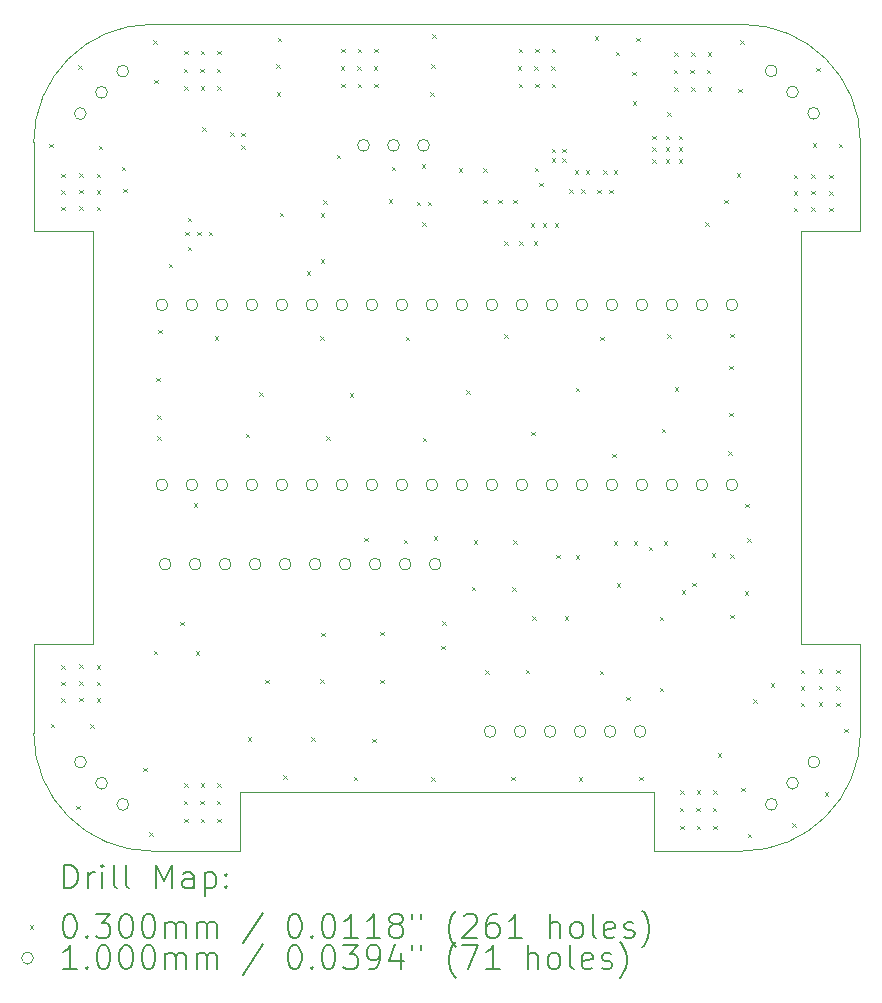
<source format=gbr>
%TF.GenerationSoftware,KiCad,Pcbnew,8.0.7*%
%TF.CreationDate,2025-04-19T00:44:56-07:00*%
%TF.ProjectId,Hardware,48617264-7761-4726-952e-6b696361645f,rev?*%
%TF.SameCoordinates,Original*%
%TF.FileFunction,Drillmap*%
%TF.FilePolarity,Positive*%
%FSLAX45Y45*%
G04 Gerber Fmt 4.5, Leading zero omitted, Abs format (unit mm)*
G04 Created by KiCad (PCBNEW 8.0.7) date 2025-04-19 00:44:56*
%MOMM*%
%LPD*%
G01*
G04 APERTURE LIST*
%ADD10C,0.050000*%
%ADD11C,0.200000*%
%ADD12C,0.100000*%
G04 APERTURE END LIST*
D10*
X16600000Y-10300000D02*
X14850000Y-10300000D01*
X13100000Y-9050000D02*
X13100000Y-9800000D01*
X20100000Y-9800000D02*
G75*
G02*
X19100000Y-10800000I-1000000J0D01*
G01*
X13600000Y-7300000D02*
X13600000Y-5550000D01*
X19100000Y-3800000D02*
G75*
G02*
X20100000Y-4800000I0J-1000000D01*
G01*
X14100000Y-10800000D02*
G75*
G02*
X13100000Y-9800000I0J1000000D01*
G01*
X13600000Y-7300000D02*
X13600000Y-9050000D01*
X19600000Y-9050000D02*
X20100000Y-9050000D01*
X20100000Y-5550000D02*
X20100000Y-4800000D01*
X20100000Y-9050000D02*
X20100000Y-9800000D01*
X18350000Y-10300000D02*
X18350000Y-10800000D01*
X13600000Y-5550000D02*
X13100000Y-5550000D01*
X13100000Y-4800000D02*
G75*
G02*
X14100000Y-3800000I1000000J0D01*
G01*
X19600000Y-7300000D02*
X19600000Y-9050000D01*
X13600000Y-9050000D02*
X13100000Y-9050000D01*
X19600000Y-7300000D02*
X19600000Y-5550000D01*
X19100000Y-10800000D02*
X18350000Y-10800000D01*
X14850000Y-10300000D02*
X14850000Y-10800000D01*
X19600000Y-5550000D02*
X20100000Y-5550000D01*
X19100000Y-3800000D02*
X14100000Y-3800000D01*
X16600000Y-10300000D02*
X18350000Y-10300000D01*
X14850000Y-10800000D02*
X14100000Y-10800000D01*
X13100000Y-4800000D02*
X13100000Y-5550000D01*
D11*
D12*
X13232000Y-4811000D02*
X13262000Y-4841000D01*
X13262000Y-4811000D02*
X13232000Y-4841000D01*
X13243000Y-9723000D02*
X13273000Y-9753000D01*
X13273000Y-9723000D02*
X13243000Y-9753000D01*
X13335000Y-5065000D02*
X13365000Y-5095000D01*
X13365000Y-5065000D02*
X13335000Y-5095000D01*
X13335000Y-5205000D02*
X13365000Y-5235000D01*
X13365000Y-5205000D02*
X13335000Y-5235000D01*
X13335000Y-5345000D02*
X13365000Y-5375000D01*
X13365000Y-5345000D02*
X13335000Y-5375000D01*
X13335000Y-9225000D02*
X13365000Y-9255000D01*
X13365000Y-9225000D02*
X13335000Y-9255000D01*
X13335000Y-9365000D02*
X13365000Y-9395000D01*
X13365000Y-9365000D02*
X13335000Y-9395000D01*
X13335000Y-9505000D02*
X13365000Y-9535000D01*
X13365000Y-9505000D02*
X13335000Y-9535000D01*
X13461000Y-10416000D02*
X13491000Y-10446000D01*
X13491000Y-10416000D02*
X13461000Y-10446000D01*
X13479000Y-4145000D02*
X13509000Y-4175000D01*
X13509000Y-4145000D02*
X13479000Y-4175000D01*
X13485000Y-5060000D02*
X13515000Y-5090000D01*
X13515000Y-5060000D02*
X13485000Y-5090000D01*
X13485000Y-5200000D02*
X13515000Y-5230000D01*
X13515000Y-5200000D02*
X13485000Y-5230000D01*
X13485000Y-5340000D02*
X13515000Y-5370000D01*
X13515000Y-5340000D02*
X13485000Y-5370000D01*
X13485000Y-9220000D02*
X13515000Y-9250000D01*
X13515000Y-9220000D02*
X13485000Y-9250000D01*
X13485000Y-9360000D02*
X13515000Y-9390000D01*
X13515000Y-9360000D02*
X13485000Y-9390000D01*
X13485000Y-9500000D02*
X13515000Y-9530000D01*
X13515000Y-9500000D02*
X13485000Y-9530000D01*
X13579000Y-9728000D02*
X13609000Y-9758000D01*
X13609000Y-9728000D02*
X13579000Y-9758000D01*
X13635000Y-5065000D02*
X13665000Y-5095000D01*
X13665000Y-5065000D02*
X13635000Y-5095000D01*
X13635000Y-5205000D02*
X13665000Y-5235000D01*
X13665000Y-5205000D02*
X13635000Y-5235000D01*
X13635000Y-5345000D02*
X13665000Y-5375000D01*
X13665000Y-5345000D02*
X13635000Y-5375000D01*
X13635000Y-9225000D02*
X13665000Y-9255000D01*
X13665000Y-9225000D02*
X13635000Y-9255000D01*
X13635000Y-9365000D02*
X13665000Y-9395000D01*
X13665000Y-9365000D02*
X13635000Y-9395000D01*
X13635000Y-9505000D02*
X13665000Y-9535000D01*
X13665000Y-9505000D02*
X13635000Y-9535000D01*
X13652000Y-4827000D02*
X13682000Y-4857000D01*
X13682000Y-4827000D02*
X13652000Y-4857000D01*
X13845000Y-5005000D02*
X13875000Y-5035000D01*
X13875000Y-5005000D02*
X13845000Y-5035000D01*
X13856000Y-5192000D02*
X13886000Y-5222000D01*
X13886000Y-5192000D02*
X13856000Y-5222000D01*
X14027000Y-10096000D02*
X14057000Y-10126000D01*
X14057000Y-10096000D02*
X14027000Y-10126000D01*
X14080000Y-10640000D02*
X14110000Y-10670000D01*
X14110000Y-10640000D02*
X14080000Y-10670000D01*
X14111000Y-3937000D02*
X14141000Y-3967000D01*
X14141000Y-3937000D02*
X14111000Y-3967000D01*
X14117000Y-9104000D02*
X14147000Y-9134000D01*
X14147000Y-9104000D02*
X14117000Y-9134000D01*
X14122000Y-4270000D02*
X14152000Y-4300000D01*
X14152000Y-4270000D02*
X14122000Y-4300000D01*
X14139000Y-6794000D02*
X14169000Y-6824000D01*
X14169000Y-6794000D02*
X14139000Y-6824000D01*
X14144000Y-7108000D02*
X14174000Y-7138000D01*
X14174000Y-7108000D02*
X14144000Y-7138000D01*
X14145000Y-7286000D02*
X14175000Y-7316000D01*
X14175000Y-7286000D02*
X14145000Y-7316000D01*
X14154000Y-6386000D02*
X14184000Y-6416000D01*
X14184000Y-6386000D02*
X14154000Y-6416000D01*
X14242500Y-5827500D02*
X14272500Y-5857500D01*
X14272500Y-5827500D02*
X14242500Y-5857500D01*
X14342000Y-8858000D02*
X14372000Y-8888000D01*
X14372000Y-8858000D02*
X14342000Y-8888000D01*
X14370000Y-4175000D02*
X14400000Y-4205000D01*
X14400000Y-4175000D02*
X14370000Y-4205000D01*
X14370000Y-10375000D02*
X14400000Y-10405000D01*
X14400000Y-10375000D02*
X14370000Y-10405000D01*
X14375000Y-4025000D02*
X14405000Y-4055000D01*
X14405000Y-4025000D02*
X14375000Y-4055000D01*
X14375000Y-4325000D02*
X14405000Y-4355000D01*
X14405000Y-4325000D02*
X14375000Y-4355000D01*
X14375000Y-10225000D02*
X14405000Y-10255000D01*
X14405000Y-10225000D02*
X14375000Y-10255000D01*
X14375000Y-10525000D02*
X14405000Y-10555000D01*
X14405000Y-10525000D02*
X14375000Y-10555000D01*
X14385000Y-5555000D02*
X14415000Y-5585000D01*
X14415000Y-5555000D02*
X14385000Y-5585000D01*
X14402500Y-5437500D02*
X14432500Y-5467500D01*
X14432500Y-5437500D02*
X14402500Y-5467500D01*
X14402500Y-5685000D02*
X14432500Y-5715000D01*
X14432500Y-5685000D02*
X14402500Y-5715000D01*
X14455000Y-7855000D02*
X14485000Y-7885000D01*
X14485000Y-7855000D02*
X14455000Y-7885000D01*
X14470000Y-9109000D02*
X14500000Y-9139000D01*
X14500000Y-9109000D02*
X14470000Y-9139000D01*
X14485000Y-5555000D02*
X14515000Y-5585000D01*
X14515000Y-5555000D02*
X14485000Y-5585000D01*
X14510000Y-4175000D02*
X14540000Y-4205000D01*
X14540000Y-4175000D02*
X14510000Y-4205000D01*
X14510000Y-10375000D02*
X14540000Y-10405000D01*
X14540000Y-10375000D02*
X14510000Y-10405000D01*
X14515000Y-4025000D02*
X14545000Y-4055000D01*
X14545000Y-4025000D02*
X14515000Y-4055000D01*
X14515000Y-4325000D02*
X14545000Y-4355000D01*
X14545000Y-4325000D02*
X14515000Y-4355000D01*
X14515000Y-10225000D02*
X14545000Y-10255000D01*
X14545000Y-10225000D02*
X14515000Y-10255000D01*
X14515000Y-10525000D02*
X14545000Y-10555000D01*
X14545000Y-10525000D02*
X14515000Y-10555000D01*
X14525000Y-4672500D02*
X14555000Y-4702500D01*
X14555000Y-4672500D02*
X14525000Y-4702500D01*
X14580000Y-5555000D02*
X14610000Y-5585000D01*
X14610000Y-5555000D02*
X14580000Y-5585000D01*
X14631000Y-6439000D02*
X14661000Y-6469000D01*
X14661000Y-6439000D02*
X14631000Y-6469000D01*
X14650000Y-4175000D02*
X14680000Y-4205000D01*
X14680000Y-4175000D02*
X14650000Y-4205000D01*
X14650000Y-10375000D02*
X14680000Y-10405000D01*
X14680000Y-10375000D02*
X14650000Y-10405000D01*
X14655000Y-4025000D02*
X14685000Y-4055000D01*
X14685000Y-4025000D02*
X14655000Y-4055000D01*
X14655000Y-4325000D02*
X14685000Y-4355000D01*
X14685000Y-4325000D02*
X14655000Y-4355000D01*
X14655000Y-10225000D02*
X14685000Y-10255000D01*
X14685000Y-10225000D02*
X14655000Y-10255000D01*
X14655000Y-10525000D02*
X14685000Y-10555000D01*
X14685000Y-10525000D02*
X14655000Y-10555000D01*
X14765000Y-4715000D02*
X14795000Y-4745000D01*
X14795000Y-4715000D02*
X14765000Y-4745000D01*
X14855000Y-4720000D02*
X14885000Y-4750000D01*
X14885000Y-4720000D02*
X14855000Y-4750000D01*
X14855000Y-4825000D02*
X14885000Y-4855000D01*
X14885000Y-4825000D02*
X14855000Y-4855000D01*
X14895000Y-7266000D02*
X14925000Y-7296000D01*
X14925000Y-7266000D02*
X14895000Y-7296000D01*
X14913000Y-9837000D02*
X14943000Y-9867000D01*
X14943000Y-9837000D02*
X14913000Y-9867000D01*
X15008000Y-6917000D02*
X15038000Y-6947000D01*
X15038000Y-6917000D02*
X15008000Y-6947000D01*
X15061000Y-9349000D02*
X15091000Y-9379000D01*
X15091000Y-9349000D02*
X15061000Y-9379000D01*
X15152000Y-4138000D02*
X15182000Y-4168000D01*
X15182000Y-4138000D02*
X15152000Y-4168000D01*
X15159000Y-4373000D02*
X15189000Y-4403000D01*
X15189000Y-4373000D02*
X15159000Y-4403000D01*
X15166000Y-3912000D02*
X15196000Y-3942000D01*
X15196000Y-3912000D02*
X15166000Y-3942000D01*
X15184000Y-5396000D02*
X15214000Y-5426000D01*
X15214000Y-5396000D02*
X15184000Y-5426000D01*
X15211000Y-10160000D02*
X15241000Y-10190000D01*
X15241000Y-10160000D02*
X15211000Y-10190000D01*
X15410000Y-5890000D02*
X15440000Y-5920000D01*
X15440000Y-5890000D02*
X15410000Y-5920000D01*
X15451000Y-9837000D02*
X15481000Y-9867000D01*
X15481000Y-9837000D02*
X15451000Y-9867000D01*
X15524000Y-6439000D02*
X15554000Y-6469000D01*
X15554000Y-6439000D02*
X15524000Y-6469000D01*
X15525000Y-9345000D02*
X15555000Y-9375000D01*
X15555000Y-9345000D02*
X15525000Y-9375000D01*
X15530000Y-5397500D02*
X15560000Y-5427500D01*
X15560000Y-5397500D02*
X15530000Y-5427500D01*
X15530000Y-5787500D02*
X15560000Y-5817500D01*
X15560000Y-5787500D02*
X15530000Y-5817500D01*
X15533000Y-8951000D02*
X15563000Y-8981000D01*
X15563000Y-8951000D02*
X15533000Y-8981000D01*
X15550000Y-5290000D02*
X15580000Y-5320000D01*
X15580000Y-5290000D02*
X15550000Y-5320000D01*
X15575000Y-7288000D02*
X15605000Y-7318000D01*
X15605000Y-7288000D02*
X15575000Y-7318000D01*
X15665000Y-4905000D02*
X15695000Y-4935000D01*
X15695000Y-4905000D02*
X15665000Y-4935000D01*
X15700000Y-4155000D02*
X15730000Y-4185000D01*
X15730000Y-4155000D02*
X15700000Y-4185000D01*
X15705000Y-4005000D02*
X15735000Y-4035000D01*
X15735000Y-4005000D02*
X15705000Y-4035000D01*
X15705000Y-4305000D02*
X15735000Y-4335000D01*
X15735000Y-4305000D02*
X15705000Y-4335000D01*
X15776000Y-6923000D02*
X15806000Y-6953000D01*
X15806000Y-6923000D02*
X15776000Y-6953000D01*
X15809000Y-10171000D02*
X15839000Y-10201000D01*
X15839000Y-10171000D02*
X15809000Y-10201000D01*
X15840000Y-4155000D02*
X15870000Y-4185000D01*
X15870000Y-4155000D02*
X15840000Y-4185000D01*
X15845000Y-4005000D02*
X15875000Y-4035000D01*
X15875000Y-4005000D02*
X15845000Y-4035000D01*
X15845000Y-4305000D02*
X15875000Y-4335000D01*
X15875000Y-4305000D02*
X15845000Y-4335000D01*
X15900000Y-8147500D02*
X15930000Y-8177500D01*
X15930000Y-8147500D02*
X15900000Y-8177500D01*
X15965000Y-9850000D02*
X15995000Y-9880000D01*
X15995000Y-9850000D02*
X15965000Y-9880000D01*
X15980000Y-4155000D02*
X16010000Y-4185000D01*
X16010000Y-4155000D02*
X15980000Y-4185000D01*
X15985000Y-4005000D02*
X16015000Y-4035000D01*
X16015000Y-4005000D02*
X15985000Y-4035000D01*
X15985000Y-4305000D02*
X16015000Y-4335000D01*
X16015000Y-4305000D02*
X15985000Y-4335000D01*
X16032000Y-8942000D02*
X16062000Y-8972000D01*
X16062000Y-8942000D02*
X16032000Y-8972000D01*
X16036000Y-9349000D02*
X16066000Y-9379000D01*
X16066000Y-9349000D02*
X16036000Y-9379000D01*
X16104000Y-5281000D02*
X16134000Y-5311000D01*
X16134000Y-5281000D02*
X16104000Y-5311000D01*
X16131500Y-5005000D02*
X16161500Y-5035000D01*
X16161500Y-5005000D02*
X16131500Y-5035000D01*
X16233000Y-8165000D02*
X16263000Y-8195000D01*
X16263000Y-8165000D02*
X16233000Y-8195000D01*
X16248000Y-6445000D02*
X16278000Y-6475000D01*
X16278000Y-6445000D02*
X16248000Y-6475000D01*
X16342500Y-5303250D02*
X16372500Y-5333250D01*
X16372500Y-5303250D02*
X16342500Y-5333250D01*
X16385000Y-4985000D02*
X16415000Y-5015000D01*
X16415000Y-4985000D02*
X16385000Y-5015000D01*
X16389000Y-5476000D02*
X16419000Y-5506000D01*
X16419000Y-5476000D02*
X16389000Y-5506000D01*
X16393000Y-7301000D02*
X16423000Y-7331000D01*
X16423000Y-7301000D02*
X16393000Y-7331000D01*
X16435000Y-5303250D02*
X16465000Y-5333250D01*
X16465000Y-5303250D02*
X16435000Y-5333250D01*
X16457000Y-4376000D02*
X16487000Y-4406000D01*
X16487000Y-4376000D02*
X16457000Y-4406000D01*
X16465000Y-10176000D02*
X16495000Y-10206000D01*
X16495000Y-10176000D02*
X16465000Y-10206000D01*
X16466000Y-4138000D02*
X16496000Y-4168000D01*
X16496000Y-4138000D02*
X16466000Y-4168000D01*
X16473000Y-3882000D02*
X16503000Y-3912000D01*
X16503000Y-3882000D02*
X16473000Y-3912000D01*
X16485000Y-8135000D02*
X16515000Y-8165000D01*
X16515000Y-8135000D02*
X16485000Y-8165000D01*
X16551000Y-9062000D02*
X16581000Y-9092000D01*
X16581000Y-9062000D02*
X16551000Y-9092000D01*
X16558000Y-8856000D02*
X16588000Y-8886000D01*
X16588000Y-8856000D02*
X16558000Y-8886000D01*
X16700000Y-5020000D02*
X16730000Y-5050000D01*
X16730000Y-5020000D02*
X16700000Y-5050000D01*
X16764000Y-6898000D02*
X16794000Y-6928000D01*
X16794000Y-6898000D02*
X16764000Y-6928000D01*
X16810000Y-8561000D02*
X16840000Y-8591000D01*
X16840000Y-8561000D02*
X16810000Y-8591000D01*
X16827000Y-8166000D02*
X16857000Y-8196000D01*
X16857000Y-8166000D02*
X16827000Y-8196000D01*
X16905000Y-5020000D02*
X16935000Y-5050000D01*
X16935000Y-5020000D02*
X16905000Y-5050000D01*
X16905000Y-5285000D02*
X16935000Y-5315000D01*
X16935000Y-5285000D02*
X16905000Y-5315000D01*
X16923000Y-9271000D02*
X16953000Y-9301000D01*
X16953000Y-9271000D02*
X16923000Y-9301000D01*
X17035000Y-5285000D02*
X17065000Y-5315000D01*
X17065000Y-5285000D02*
X17035000Y-5315000D01*
X17085000Y-5635000D02*
X17115000Y-5665000D01*
X17115000Y-5635000D02*
X17085000Y-5665000D01*
X17085000Y-6426000D02*
X17115000Y-6456000D01*
X17115000Y-6426000D02*
X17085000Y-6456000D01*
X17142000Y-10171000D02*
X17172000Y-10201000D01*
X17172000Y-10171000D02*
X17142000Y-10201000D01*
X17153000Y-8566000D02*
X17183000Y-8596000D01*
X17183000Y-8566000D02*
X17153000Y-8596000D01*
X17160000Y-5285000D02*
X17190000Y-5315000D01*
X17190000Y-5285000D02*
X17160000Y-5315000D01*
X17162000Y-8166000D02*
X17192000Y-8196000D01*
X17192000Y-8166000D02*
X17162000Y-8196000D01*
X17200000Y-4155000D02*
X17230000Y-4185000D01*
X17230000Y-4155000D02*
X17200000Y-4185000D01*
X17205000Y-4005000D02*
X17235000Y-4035000D01*
X17235000Y-4005000D02*
X17205000Y-4035000D01*
X17205000Y-4305000D02*
X17235000Y-4335000D01*
X17235000Y-4305000D02*
X17205000Y-4335000D01*
X17210000Y-5635000D02*
X17240000Y-5665000D01*
X17240000Y-5635000D02*
X17210000Y-5665000D01*
X17264000Y-9266000D02*
X17294000Y-9296000D01*
X17294000Y-9266000D02*
X17264000Y-9296000D01*
X17310000Y-5485000D02*
X17340000Y-5515000D01*
X17340000Y-5485000D02*
X17310000Y-5515000D01*
X17311000Y-7250000D02*
X17341000Y-7280000D01*
X17341000Y-7250000D02*
X17311000Y-7280000D01*
X17323000Y-8811000D02*
X17353000Y-8841000D01*
X17353000Y-8811000D02*
X17323000Y-8841000D01*
X17335000Y-5635000D02*
X17365000Y-5665000D01*
X17365000Y-5635000D02*
X17335000Y-5665000D01*
X17340000Y-4155000D02*
X17370000Y-4185000D01*
X17370000Y-4155000D02*
X17340000Y-4185000D01*
X17342500Y-5015000D02*
X17372500Y-5045000D01*
X17372500Y-5015000D02*
X17342500Y-5045000D01*
X17345000Y-4005000D02*
X17375000Y-4035000D01*
X17375000Y-4005000D02*
X17345000Y-4035000D01*
X17345000Y-4305000D02*
X17375000Y-4335000D01*
X17375000Y-4305000D02*
X17345000Y-4335000D01*
X17380000Y-5140000D02*
X17410000Y-5170000D01*
X17410000Y-5140000D02*
X17380000Y-5170000D01*
X17410000Y-5485000D02*
X17440000Y-5515000D01*
X17440000Y-5485000D02*
X17410000Y-5515000D01*
X17480000Y-4155000D02*
X17510000Y-4185000D01*
X17510000Y-4155000D02*
X17480000Y-4185000D01*
X17485000Y-4005000D02*
X17515000Y-4035000D01*
X17515000Y-4005000D02*
X17485000Y-4035000D01*
X17485000Y-4305000D02*
X17515000Y-4335000D01*
X17515000Y-4305000D02*
X17485000Y-4335000D01*
X17485000Y-4855000D02*
X17515000Y-4885000D01*
X17515000Y-4855000D02*
X17485000Y-4885000D01*
X17485000Y-4935000D02*
X17515000Y-4965000D01*
X17515000Y-4935000D02*
X17485000Y-4965000D01*
X17510000Y-5485000D02*
X17540000Y-5515000D01*
X17540000Y-5485000D02*
X17510000Y-5515000D01*
X17522500Y-8290000D02*
X17552500Y-8320000D01*
X17552500Y-8290000D02*
X17522500Y-8320000D01*
X17575000Y-4855000D02*
X17605000Y-4885000D01*
X17605000Y-4855000D02*
X17575000Y-4885000D01*
X17575000Y-4935000D02*
X17605000Y-4965000D01*
X17605000Y-4935000D02*
X17575000Y-4965000D01*
X17595000Y-8811000D02*
X17625000Y-8841000D01*
X17625000Y-8811000D02*
X17595000Y-8841000D01*
X17635000Y-5195000D02*
X17665000Y-5225000D01*
X17665000Y-5195000D02*
X17635000Y-5225000D01*
X17680000Y-5035000D02*
X17710000Y-5065000D01*
X17710000Y-5035000D02*
X17680000Y-5065000D01*
X17687500Y-8295000D02*
X17717500Y-8325000D01*
X17717500Y-8295000D02*
X17687500Y-8325000D01*
X17689000Y-6879000D02*
X17719000Y-6909000D01*
X17719000Y-6879000D02*
X17689000Y-6909000D01*
X17713000Y-10176000D02*
X17743000Y-10206000D01*
X17743000Y-10176000D02*
X17713000Y-10206000D01*
X17735000Y-5195000D02*
X17765000Y-5225000D01*
X17765000Y-5195000D02*
X17735000Y-5225000D01*
X17775000Y-5035000D02*
X17805000Y-5065000D01*
X17805000Y-5035000D02*
X17775000Y-5065000D01*
X17851000Y-3901000D02*
X17881000Y-3931000D01*
X17881000Y-3901000D02*
X17851000Y-3931000D01*
X17870000Y-5200000D02*
X17900000Y-5230000D01*
X17900000Y-5200000D02*
X17870000Y-5230000D01*
X17894000Y-9272000D02*
X17924000Y-9302000D01*
X17924000Y-9272000D02*
X17894000Y-9302000D01*
X17897000Y-6445000D02*
X17927000Y-6475000D01*
X17927000Y-6445000D02*
X17897000Y-6475000D01*
X17920000Y-5035000D02*
X17950000Y-5065000D01*
X17950000Y-5035000D02*
X17920000Y-5065000D01*
X17975000Y-5200000D02*
X18005000Y-5230000D01*
X18005000Y-5200000D02*
X17975000Y-5230000D01*
X18000000Y-7437000D02*
X18030000Y-7467000D01*
X18030000Y-7437000D02*
X18000000Y-7467000D01*
X18010000Y-5035000D02*
X18040000Y-5065000D01*
X18040000Y-5035000D02*
X18010000Y-5065000D01*
X18011000Y-8176000D02*
X18041000Y-8206000D01*
X18041000Y-8176000D02*
X18011000Y-8206000D01*
X18027000Y-4031000D02*
X18057000Y-4061000D01*
X18057000Y-4031000D02*
X18027000Y-4061000D01*
X18037000Y-8531000D02*
X18067000Y-8561000D01*
X18067000Y-8531000D02*
X18037000Y-8561000D01*
X18115000Y-9495000D02*
X18145000Y-9525000D01*
X18145000Y-9495000D02*
X18115000Y-9525000D01*
X18167000Y-4202000D02*
X18197000Y-4232000D01*
X18197000Y-4202000D02*
X18167000Y-4232000D01*
X18172000Y-4450000D02*
X18202000Y-4480000D01*
X18202000Y-4450000D02*
X18172000Y-4480000D01*
X18180000Y-8177100D02*
X18210000Y-8207100D01*
X18210000Y-8177100D02*
X18180000Y-8207100D01*
X18201000Y-3913000D02*
X18231000Y-3943000D01*
X18231000Y-3913000D02*
X18201000Y-3943000D01*
X18228000Y-10171000D02*
X18258000Y-10201000D01*
X18258000Y-10171000D02*
X18228000Y-10201000D01*
X18308000Y-8223000D02*
X18338000Y-8253000D01*
X18338000Y-8223000D02*
X18308000Y-8253000D01*
X18337500Y-4745000D02*
X18367500Y-4775000D01*
X18367500Y-4745000D02*
X18337500Y-4775000D01*
X18337500Y-4842500D02*
X18367500Y-4872500D01*
X18367500Y-4842500D02*
X18337500Y-4872500D01*
X18337500Y-4942500D02*
X18367500Y-4972500D01*
X18367500Y-4942500D02*
X18337500Y-4972500D01*
X18402000Y-8816000D02*
X18432000Y-8846000D01*
X18432000Y-8816000D02*
X18402000Y-8846000D01*
X18402000Y-9416000D02*
X18432000Y-9446000D01*
X18432000Y-9416000D02*
X18402000Y-9446000D01*
X18419000Y-7225000D02*
X18449000Y-7255000D01*
X18449000Y-7225000D02*
X18419000Y-7255000D01*
X18435000Y-8177100D02*
X18465000Y-8207100D01*
X18465000Y-8177100D02*
X18435000Y-8207100D01*
X18451000Y-4745000D02*
X18481000Y-4775000D01*
X18481000Y-4745000D02*
X18451000Y-4775000D01*
X18451000Y-4842500D02*
X18481000Y-4872500D01*
X18481000Y-4842500D02*
X18451000Y-4872500D01*
X18451000Y-4942500D02*
X18481000Y-4972500D01*
X18481000Y-4942500D02*
X18451000Y-4972500D01*
X18463000Y-6426000D02*
X18493000Y-6456000D01*
X18493000Y-6426000D02*
X18463000Y-6456000D01*
X18465000Y-4545000D02*
X18495000Y-4575000D01*
X18495000Y-4545000D02*
X18465000Y-4575000D01*
X18520000Y-4185000D02*
X18550000Y-4215000D01*
X18550000Y-4185000D02*
X18520000Y-4215000D01*
X18525000Y-4035000D02*
X18555000Y-4065000D01*
X18555000Y-4035000D02*
X18525000Y-4065000D01*
X18525000Y-4335000D02*
X18555000Y-4365000D01*
X18555000Y-4335000D02*
X18525000Y-4365000D01*
X18526000Y-6873000D02*
X18556000Y-6903000D01*
X18556000Y-6873000D02*
X18526000Y-6903000D01*
X18562500Y-4745000D02*
X18592500Y-4775000D01*
X18592500Y-4745000D02*
X18562500Y-4775000D01*
X18562500Y-4842500D02*
X18592500Y-4872500D01*
X18592500Y-4842500D02*
X18562500Y-4872500D01*
X18562500Y-4942500D02*
X18592500Y-4972500D01*
X18592500Y-4942500D02*
X18562500Y-4972500D01*
X18570000Y-10435000D02*
X18600000Y-10465000D01*
X18600000Y-10435000D02*
X18570000Y-10465000D01*
X18575000Y-10285000D02*
X18605000Y-10315000D01*
X18605000Y-10285000D02*
X18575000Y-10315000D01*
X18575000Y-10585000D02*
X18605000Y-10615000D01*
X18605000Y-10585000D02*
X18575000Y-10615000D01*
X18585000Y-8590000D02*
X18615000Y-8620000D01*
X18615000Y-8590000D02*
X18585000Y-8620000D01*
X18660000Y-4185000D02*
X18690000Y-4215000D01*
X18690000Y-4185000D02*
X18660000Y-4215000D01*
X18665000Y-4035000D02*
X18695000Y-4065000D01*
X18695000Y-4035000D02*
X18665000Y-4065000D01*
X18665000Y-4335000D02*
X18695000Y-4365000D01*
X18695000Y-4335000D02*
X18665000Y-4365000D01*
X18674100Y-8530000D02*
X18704100Y-8560000D01*
X18704100Y-8530000D02*
X18674100Y-8560000D01*
X18710000Y-10435000D02*
X18740000Y-10465000D01*
X18740000Y-10435000D02*
X18710000Y-10465000D01*
X18715000Y-10285000D02*
X18745000Y-10315000D01*
X18745000Y-10285000D02*
X18715000Y-10315000D01*
X18715000Y-10585000D02*
X18745000Y-10615000D01*
X18745000Y-10585000D02*
X18715000Y-10615000D01*
X18784000Y-5477000D02*
X18814000Y-5507000D01*
X18814000Y-5477000D02*
X18784000Y-5507000D01*
X18800000Y-4185000D02*
X18830000Y-4215000D01*
X18830000Y-4185000D02*
X18800000Y-4215000D01*
X18805000Y-4035000D02*
X18835000Y-4065000D01*
X18835000Y-4035000D02*
X18805000Y-4065000D01*
X18805000Y-4335000D02*
X18835000Y-4365000D01*
X18835000Y-4335000D02*
X18805000Y-4365000D01*
X18840000Y-8280000D02*
X18870000Y-8310000D01*
X18870000Y-8280000D02*
X18840000Y-8310000D01*
X18850000Y-10435000D02*
X18880000Y-10465000D01*
X18880000Y-10435000D02*
X18850000Y-10465000D01*
X18855000Y-10285000D02*
X18885000Y-10315000D01*
X18885000Y-10285000D02*
X18855000Y-10315000D01*
X18855000Y-10585000D02*
X18885000Y-10615000D01*
X18885000Y-10585000D02*
X18855000Y-10615000D01*
X18892000Y-9973000D02*
X18922000Y-10003000D01*
X18922000Y-9973000D02*
X18892000Y-10003000D01*
X18948000Y-5287000D02*
X18978000Y-5317000D01*
X18978000Y-5287000D02*
X18948000Y-5317000D01*
X18981000Y-7415000D02*
X19011000Y-7445000D01*
X19011000Y-7415000D02*
X18981000Y-7445000D01*
X18990000Y-6689000D02*
X19020000Y-6719000D01*
X19020000Y-6689000D02*
X18990000Y-6719000D01*
X18990000Y-7089000D02*
X19020000Y-7119000D01*
X19020000Y-7089000D02*
X18990000Y-7119000D01*
X18995000Y-6418000D02*
X19025000Y-6448000D01*
X19025000Y-6418000D02*
X18995000Y-6448000D01*
X18997500Y-8285000D02*
X19027500Y-8315000D01*
X19027500Y-8285000D02*
X18997500Y-8315000D01*
X18998000Y-8800000D02*
X19028000Y-8830000D01*
X19028000Y-8800000D02*
X18998000Y-8830000D01*
X19051000Y-5062000D02*
X19081000Y-5092000D01*
X19081000Y-5062000D02*
X19051000Y-5092000D01*
X19065000Y-4345000D02*
X19095000Y-4375000D01*
X19095000Y-4345000D02*
X19065000Y-4375000D01*
X19081000Y-3934000D02*
X19111000Y-3964000D01*
X19111000Y-3934000D02*
X19081000Y-3964000D01*
X19092000Y-10262000D02*
X19122000Y-10292000D01*
X19122000Y-10262000D02*
X19092000Y-10292000D01*
X19121000Y-8598000D02*
X19151000Y-8628000D01*
X19151000Y-8598000D02*
X19121000Y-8628000D01*
X19125000Y-7860000D02*
X19155000Y-7890000D01*
X19155000Y-7860000D02*
X19125000Y-7890000D01*
X19140000Y-8151000D02*
X19170000Y-8181000D01*
X19170000Y-8151000D02*
X19140000Y-8181000D01*
X19144000Y-10653000D02*
X19174000Y-10683000D01*
X19174000Y-10653000D02*
X19144000Y-10683000D01*
X19193000Y-9514000D02*
X19223000Y-9544000D01*
X19223000Y-9514000D02*
X19193000Y-9544000D01*
X19340000Y-9379000D02*
X19370000Y-9409000D01*
X19370000Y-9379000D02*
X19340000Y-9409000D01*
X19520000Y-10563000D02*
X19550000Y-10593000D01*
X19550000Y-10563000D02*
X19520000Y-10593000D01*
X19535000Y-5075000D02*
X19565000Y-5105000D01*
X19565000Y-5075000D02*
X19535000Y-5105000D01*
X19535000Y-5215000D02*
X19565000Y-5245000D01*
X19565000Y-5215000D02*
X19535000Y-5245000D01*
X19535000Y-5355000D02*
X19565000Y-5385000D01*
X19565000Y-5355000D02*
X19535000Y-5385000D01*
X19595000Y-9265000D02*
X19625000Y-9295000D01*
X19625000Y-9265000D02*
X19595000Y-9295000D01*
X19595000Y-9405000D02*
X19625000Y-9435000D01*
X19625000Y-9405000D02*
X19595000Y-9435000D01*
X19595000Y-9545000D02*
X19625000Y-9575000D01*
X19625000Y-9545000D02*
X19595000Y-9575000D01*
X19685000Y-5070000D02*
X19715000Y-5100000D01*
X19715000Y-5070000D02*
X19685000Y-5100000D01*
X19685000Y-5210000D02*
X19715000Y-5240000D01*
X19715000Y-5210000D02*
X19685000Y-5240000D01*
X19685000Y-5350000D02*
X19715000Y-5380000D01*
X19715000Y-5350000D02*
X19685000Y-5380000D01*
X19697000Y-4805000D02*
X19727000Y-4835000D01*
X19727000Y-4805000D02*
X19697000Y-4835000D01*
X19726000Y-4166000D02*
X19756000Y-4196000D01*
X19756000Y-4166000D02*
X19726000Y-4196000D01*
X19745000Y-9260000D02*
X19775000Y-9290000D01*
X19775000Y-9260000D02*
X19745000Y-9290000D01*
X19745000Y-9400000D02*
X19775000Y-9430000D01*
X19775000Y-9400000D02*
X19745000Y-9430000D01*
X19745000Y-9540000D02*
X19775000Y-9570000D01*
X19775000Y-9540000D02*
X19745000Y-9570000D01*
X19799000Y-10304000D02*
X19829000Y-10334000D01*
X19829000Y-10304000D02*
X19799000Y-10334000D01*
X19835000Y-5075000D02*
X19865000Y-5105000D01*
X19865000Y-5075000D02*
X19835000Y-5105000D01*
X19835000Y-5215000D02*
X19865000Y-5245000D01*
X19865000Y-5215000D02*
X19835000Y-5245000D01*
X19835000Y-5355000D02*
X19865000Y-5385000D01*
X19865000Y-5355000D02*
X19835000Y-5385000D01*
X19895000Y-9265000D02*
X19925000Y-9295000D01*
X19925000Y-9265000D02*
X19895000Y-9295000D01*
X19895000Y-9405000D02*
X19925000Y-9435000D01*
X19925000Y-9405000D02*
X19895000Y-9435000D01*
X19895000Y-9545000D02*
X19925000Y-9575000D01*
X19925000Y-9545000D02*
X19895000Y-9575000D01*
X19917000Y-4810000D02*
X19947000Y-4840000D01*
X19947000Y-4810000D02*
X19917000Y-4840000D01*
X19964000Y-9766000D02*
X19994000Y-9796000D01*
X19994000Y-9766000D02*
X19964000Y-9796000D01*
X13544334Y-4555666D02*
G75*
G02*
X13444334Y-4555666I-50000J0D01*
G01*
X13444334Y-4555666D02*
G75*
G02*
X13544334Y-4555666I50000J0D01*
G01*
X13545395Y-10045395D02*
G75*
G02*
X13445395Y-10045395I-50000J0D01*
G01*
X13445395Y-10045395D02*
G75*
G02*
X13545395Y-10045395I50000J0D01*
G01*
X13723939Y-4376061D02*
G75*
G02*
X13623939Y-4376061I-50000J0D01*
G01*
X13623939Y-4376061D02*
G75*
G02*
X13723939Y-4376061I50000J0D01*
G01*
X13725000Y-10225000D02*
G75*
G02*
X13625000Y-10225000I-50000J0D01*
G01*
X13625000Y-10225000D02*
G75*
G02*
X13725000Y-10225000I50000J0D01*
G01*
X13903544Y-4196456D02*
G75*
G02*
X13803544Y-4196456I-50000J0D01*
G01*
X13803544Y-4196456D02*
G75*
G02*
X13903544Y-4196456I50000J0D01*
G01*
X13904605Y-10404605D02*
G75*
G02*
X13804605Y-10404605I-50000J0D01*
G01*
X13804605Y-10404605D02*
G75*
G02*
X13904605Y-10404605I50000J0D01*
G01*
X14235000Y-6175000D02*
G75*
G02*
X14135000Y-6175000I-50000J0D01*
G01*
X14135000Y-6175000D02*
G75*
G02*
X14235000Y-6175000I50000J0D01*
G01*
X14235000Y-7699000D02*
G75*
G02*
X14135000Y-7699000I-50000J0D01*
G01*
X14135000Y-7699000D02*
G75*
G02*
X14235000Y-7699000I50000J0D01*
G01*
X14263000Y-8370250D02*
G75*
G02*
X14163000Y-8370250I-50000J0D01*
G01*
X14163000Y-8370250D02*
G75*
G02*
X14263000Y-8370250I50000J0D01*
G01*
X14489000Y-6175000D02*
G75*
G02*
X14389000Y-6175000I-50000J0D01*
G01*
X14389000Y-6175000D02*
G75*
G02*
X14489000Y-6175000I50000J0D01*
G01*
X14489000Y-7699000D02*
G75*
G02*
X14389000Y-7699000I-50000J0D01*
G01*
X14389000Y-7699000D02*
G75*
G02*
X14489000Y-7699000I50000J0D01*
G01*
X14517000Y-8370250D02*
G75*
G02*
X14417000Y-8370250I-50000J0D01*
G01*
X14417000Y-8370250D02*
G75*
G02*
X14517000Y-8370250I50000J0D01*
G01*
X14743000Y-6175000D02*
G75*
G02*
X14643000Y-6175000I-50000J0D01*
G01*
X14643000Y-6175000D02*
G75*
G02*
X14743000Y-6175000I50000J0D01*
G01*
X14743000Y-7699000D02*
G75*
G02*
X14643000Y-7699000I-50000J0D01*
G01*
X14643000Y-7699000D02*
G75*
G02*
X14743000Y-7699000I50000J0D01*
G01*
X14771000Y-8370250D02*
G75*
G02*
X14671000Y-8370250I-50000J0D01*
G01*
X14671000Y-8370250D02*
G75*
G02*
X14771000Y-8370250I50000J0D01*
G01*
X14997000Y-6175000D02*
G75*
G02*
X14897000Y-6175000I-50000J0D01*
G01*
X14897000Y-6175000D02*
G75*
G02*
X14997000Y-6175000I50000J0D01*
G01*
X14997000Y-7699000D02*
G75*
G02*
X14897000Y-7699000I-50000J0D01*
G01*
X14897000Y-7699000D02*
G75*
G02*
X14997000Y-7699000I50000J0D01*
G01*
X15025000Y-8370250D02*
G75*
G02*
X14925000Y-8370250I-50000J0D01*
G01*
X14925000Y-8370250D02*
G75*
G02*
X15025000Y-8370250I50000J0D01*
G01*
X15251000Y-6175000D02*
G75*
G02*
X15151000Y-6175000I-50000J0D01*
G01*
X15151000Y-6175000D02*
G75*
G02*
X15251000Y-6175000I50000J0D01*
G01*
X15251000Y-7699000D02*
G75*
G02*
X15151000Y-7699000I-50000J0D01*
G01*
X15151000Y-7699000D02*
G75*
G02*
X15251000Y-7699000I50000J0D01*
G01*
X15279000Y-8370250D02*
G75*
G02*
X15179000Y-8370250I-50000J0D01*
G01*
X15179000Y-8370250D02*
G75*
G02*
X15279000Y-8370250I50000J0D01*
G01*
X15505000Y-6175000D02*
G75*
G02*
X15405000Y-6175000I-50000J0D01*
G01*
X15405000Y-6175000D02*
G75*
G02*
X15505000Y-6175000I50000J0D01*
G01*
X15505000Y-7699000D02*
G75*
G02*
X15405000Y-7699000I-50000J0D01*
G01*
X15405000Y-7699000D02*
G75*
G02*
X15505000Y-7699000I50000J0D01*
G01*
X15533000Y-8370250D02*
G75*
G02*
X15433000Y-8370250I-50000J0D01*
G01*
X15433000Y-8370250D02*
G75*
G02*
X15533000Y-8370250I50000J0D01*
G01*
X15759000Y-6175000D02*
G75*
G02*
X15659000Y-6175000I-50000J0D01*
G01*
X15659000Y-6175000D02*
G75*
G02*
X15759000Y-6175000I50000J0D01*
G01*
X15759000Y-7699000D02*
G75*
G02*
X15659000Y-7699000I-50000J0D01*
G01*
X15659000Y-7699000D02*
G75*
G02*
X15759000Y-7699000I50000J0D01*
G01*
X15787000Y-8370250D02*
G75*
G02*
X15687000Y-8370250I-50000J0D01*
G01*
X15687000Y-8370250D02*
G75*
G02*
X15787000Y-8370250I50000J0D01*
G01*
X15942500Y-4825000D02*
G75*
G02*
X15842500Y-4825000I-50000J0D01*
G01*
X15842500Y-4825000D02*
G75*
G02*
X15942500Y-4825000I50000J0D01*
G01*
X16013000Y-6175000D02*
G75*
G02*
X15913000Y-6175000I-50000J0D01*
G01*
X15913000Y-6175000D02*
G75*
G02*
X16013000Y-6175000I50000J0D01*
G01*
X16013000Y-7699000D02*
G75*
G02*
X15913000Y-7699000I-50000J0D01*
G01*
X15913000Y-7699000D02*
G75*
G02*
X16013000Y-7699000I50000J0D01*
G01*
X16041000Y-8370250D02*
G75*
G02*
X15941000Y-8370250I-50000J0D01*
G01*
X15941000Y-8370250D02*
G75*
G02*
X16041000Y-8370250I50000J0D01*
G01*
X16196500Y-4825000D02*
G75*
G02*
X16096500Y-4825000I-50000J0D01*
G01*
X16096500Y-4825000D02*
G75*
G02*
X16196500Y-4825000I50000J0D01*
G01*
X16267000Y-6175000D02*
G75*
G02*
X16167000Y-6175000I-50000J0D01*
G01*
X16167000Y-6175000D02*
G75*
G02*
X16267000Y-6175000I50000J0D01*
G01*
X16267000Y-7699000D02*
G75*
G02*
X16167000Y-7699000I-50000J0D01*
G01*
X16167000Y-7699000D02*
G75*
G02*
X16267000Y-7699000I50000J0D01*
G01*
X16295000Y-8370250D02*
G75*
G02*
X16195000Y-8370250I-50000J0D01*
G01*
X16195000Y-8370250D02*
G75*
G02*
X16295000Y-8370250I50000J0D01*
G01*
X16450500Y-4825000D02*
G75*
G02*
X16350500Y-4825000I-50000J0D01*
G01*
X16350500Y-4825000D02*
G75*
G02*
X16450500Y-4825000I50000J0D01*
G01*
X16521000Y-6175000D02*
G75*
G02*
X16421000Y-6175000I-50000J0D01*
G01*
X16421000Y-6175000D02*
G75*
G02*
X16521000Y-6175000I50000J0D01*
G01*
X16521000Y-7699000D02*
G75*
G02*
X16421000Y-7699000I-50000J0D01*
G01*
X16421000Y-7699000D02*
G75*
G02*
X16521000Y-7699000I50000J0D01*
G01*
X16549000Y-8370250D02*
G75*
G02*
X16449000Y-8370250I-50000J0D01*
G01*
X16449000Y-8370250D02*
G75*
G02*
X16549000Y-8370250I50000J0D01*
G01*
X16775000Y-6175000D02*
G75*
G02*
X16675000Y-6175000I-50000J0D01*
G01*
X16675000Y-6175000D02*
G75*
G02*
X16775000Y-6175000I50000J0D01*
G01*
X16775000Y-7699000D02*
G75*
G02*
X16675000Y-7699000I-50000J0D01*
G01*
X16675000Y-7699000D02*
G75*
G02*
X16775000Y-7699000I50000J0D01*
G01*
X17014000Y-9787000D02*
G75*
G02*
X16914000Y-9787000I-50000J0D01*
G01*
X16914000Y-9787000D02*
G75*
G02*
X17014000Y-9787000I50000J0D01*
G01*
X17029000Y-6175000D02*
G75*
G02*
X16929000Y-6175000I-50000J0D01*
G01*
X16929000Y-6175000D02*
G75*
G02*
X17029000Y-6175000I50000J0D01*
G01*
X17029000Y-7699000D02*
G75*
G02*
X16929000Y-7699000I-50000J0D01*
G01*
X16929000Y-7699000D02*
G75*
G02*
X17029000Y-7699000I50000J0D01*
G01*
X17268000Y-9787000D02*
G75*
G02*
X17168000Y-9787000I-50000J0D01*
G01*
X17168000Y-9787000D02*
G75*
G02*
X17268000Y-9787000I50000J0D01*
G01*
X17283000Y-6175000D02*
G75*
G02*
X17183000Y-6175000I-50000J0D01*
G01*
X17183000Y-6175000D02*
G75*
G02*
X17283000Y-6175000I50000J0D01*
G01*
X17283000Y-7699000D02*
G75*
G02*
X17183000Y-7699000I-50000J0D01*
G01*
X17183000Y-7699000D02*
G75*
G02*
X17283000Y-7699000I50000J0D01*
G01*
X17522000Y-9787000D02*
G75*
G02*
X17422000Y-9787000I-50000J0D01*
G01*
X17422000Y-9787000D02*
G75*
G02*
X17522000Y-9787000I50000J0D01*
G01*
X17537000Y-6175000D02*
G75*
G02*
X17437000Y-6175000I-50000J0D01*
G01*
X17437000Y-6175000D02*
G75*
G02*
X17537000Y-6175000I50000J0D01*
G01*
X17537000Y-7699000D02*
G75*
G02*
X17437000Y-7699000I-50000J0D01*
G01*
X17437000Y-7699000D02*
G75*
G02*
X17537000Y-7699000I50000J0D01*
G01*
X17776000Y-9787000D02*
G75*
G02*
X17676000Y-9787000I-50000J0D01*
G01*
X17676000Y-9787000D02*
G75*
G02*
X17776000Y-9787000I50000J0D01*
G01*
X17791000Y-6175000D02*
G75*
G02*
X17691000Y-6175000I-50000J0D01*
G01*
X17691000Y-6175000D02*
G75*
G02*
X17791000Y-6175000I50000J0D01*
G01*
X17791000Y-7699000D02*
G75*
G02*
X17691000Y-7699000I-50000J0D01*
G01*
X17691000Y-7699000D02*
G75*
G02*
X17791000Y-7699000I50000J0D01*
G01*
X18030000Y-9787000D02*
G75*
G02*
X17930000Y-9787000I-50000J0D01*
G01*
X17930000Y-9787000D02*
G75*
G02*
X18030000Y-9787000I50000J0D01*
G01*
X18045000Y-6175000D02*
G75*
G02*
X17945000Y-6175000I-50000J0D01*
G01*
X17945000Y-6175000D02*
G75*
G02*
X18045000Y-6175000I50000J0D01*
G01*
X18045000Y-7699000D02*
G75*
G02*
X17945000Y-7699000I-50000J0D01*
G01*
X17945000Y-7699000D02*
G75*
G02*
X18045000Y-7699000I50000J0D01*
G01*
X18284000Y-9787000D02*
G75*
G02*
X18184000Y-9787000I-50000J0D01*
G01*
X18184000Y-9787000D02*
G75*
G02*
X18284000Y-9787000I50000J0D01*
G01*
X18299000Y-6175000D02*
G75*
G02*
X18199000Y-6175000I-50000J0D01*
G01*
X18199000Y-6175000D02*
G75*
G02*
X18299000Y-6175000I50000J0D01*
G01*
X18299000Y-7699000D02*
G75*
G02*
X18199000Y-7699000I-50000J0D01*
G01*
X18199000Y-7699000D02*
G75*
G02*
X18299000Y-7699000I50000J0D01*
G01*
X18553000Y-6175000D02*
G75*
G02*
X18453000Y-6175000I-50000J0D01*
G01*
X18453000Y-6175000D02*
G75*
G02*
X18553000Y-6175000I50000J0D01*
G01*
X18553000Y-7699000D02*
G75*
G02*
X18453000Y-7699000I-50000J0D01*
G01*
X18453000Y-7699000D02*
G75*
G02*
X18553000Y-7699000I50000J0D01*
G01*
X18807000Y-6175000D02*
G75*
G02*
X18707000Y-6175000I-50000J0D01*
G01*
X18707000Y-6175000D02*
G75*
G02*
X18807000Y-6175000I50000J0D01*
G01*
X18807000Y-7699000D02*
G75*
G02*
X18707000Y-7699000I-50000J0D01*
G01*
X18707000Y-7699000D02*
G75*
G02*
X18807000Y-7699000I50000J0D01*
G01*
X19061000Y-6175000D02*
G75*
G02*
X18961000Y-6175000I-50000J0D01*
G01*
X18961000Y-6175000D02*
G75*
G02*
X19061000Y-6175000I50000J0D01*
G01*
X19061000Y-7699000D02*
G75*
G02*
X18961000Y-7699000I-50000J0D01*
G01*
X18961000Y-7699000D02*
G75*
G02*
X19061000Y-7699000I50000J0D01*
G01*
X19394334Y-4194334D02*
G75*
G02*
X19294334Y-4194334I-50000J0D01*
G01*
X19294334Y-4194334D02*
G75*
G02*
X19394334Y-4194334I50000J0D01*
G01*
X19395395Y-10404605D02*
G75*
G02*
X19295395Y-10404605I-50000J0D01*
G01*
X19295395Y-10404605D02*
G75*
G02*
X19395395Y-10404605I50000J0D01*
G01*
X19573939Y-4373939D02*
G75*
G02*
X19473939Y-4373939I-50000J0D01*
G01*
X19473939Y-4373939D02*
G75*
G02*
X19573939Y-4373939I50000J0D01*
G01*
X19575000Y-10225000D02*
G75*
G02*
X19475000Y-10225000I-50000J0D01*
G01*
X19475000Y-10225000D02*
G75*
G02*
X19575000Y-10225000I50000J0D01*
G01*
X19753545Y-4553545D02*
G75*
G02*
X19653545Y-4553545I-50000J0D01*
G01*
X19653545Y-4553545D02*
G75*
G02*
X19753545Y-4553545I50000J0D01*
G01*
X19754605Y-10045395D02*
G75*
G02*
X19654605Y-10045395I-50000J0D01*
G01*
X19654605Y-10045395D02*
G75*
G02*
X19754605Y-10045395I50000J0D01*
G01*
D11*
X13358277Y-11113984D02*
X13358277Y-10913984D01*
X13358277Y-10913984D02*
X13405896Y-10913984D01*
X13405896Y-10913984D02*
X13434467Y-10923508D01*
X13434467Y-10923508D02*
X13453515Y-10942555D01*
X13453515Y-10942555D02*
X13463039Y-10961603D01*
X13463039Y-10961603D02*
X13472562Y-10999698D01*
X13472562Y-10999698D02*
X13472562Y-11028270D01*
X13472562Y-11028270D02*
X13463039Y-11066365D01*
X13463039Y-11066365D02*
X13453515Y-11085412D01*
X13453515Y-11085412D02*
X13434467Y-11104460D01*
X13434467Y-11104460D02*
X13405896Y-11113984D01*
X13405896Y-11113984D02*
X13358277Y-11113984D01*
X13558277Y-11113984D02*
X13558277Y-10980650D01*
X13558277Y-11018746D02*
X13567801Y-10999698D01*
X13567801Y-10999698D02*
X13577324Y-10990174D01*
X13577324Y-10990174D02*
X13596372Y-10980650D01*
X13596372Y-10980650D02*
X13615420Y-10980650D01*
X13682086Y-11113984D02*
X13682086Y-10980650D01*
X13682086Y-10913984D02*
X13672562Y-10923508D01*
X13672562Y-10923508D02*
X13682086Y-10933031D01*
X13682086Y-10933031D02*
X13691610Y-10923508D01*
X13691610Y-10923508D02*
X13682086Y-10913984D01*
X13682086Y-10913984D02*
X13682086Y-10933031D01*
X13805896Y-11113984D02*
X13786848Y-11104460D01*
X13786848Y-11104460D02*
X13777324Y-11085412D01*
X13777324Y-11085412D02*
X13777324Y-10913984D01*
X13910658Y-11113984D02*
X13891610Y-11104460D01*
X13891610Y-11104460D02*
X13882086Y-11085412D01*
X13882086Y-11085412D02*
X13882086Y-10913984D01*
X14139229Y-11113984D02*
X14139229Y-10913984D01*
X14139229Y-10913984D02*
X14205896Y-11056841D01*
X14205896Y-11056841D02*
X14272562Y-10913984D01*
X14272562Y-10913984D02*
X14272562Y-11113984D01*
X14453515Y-11113984D02*
X14453515Y-11009222D01*
X14453515Y-11009222D02*
X14443991Y-10990174D01*
X14443991Y-10990174D02*
X14424943Y-10980650D01*
X14424943Y-10980650D02*
X14386848Y-10980650D01*
X14386848Y-10980650D02*
X14367801Y-10990174D01*
X14453515Y-11104460D02*
X14434467Y-11113984D01*
X14434467Y-11113984D02*
X14386848Y-11113984D01*
X14386848Y-11113984D02*
X14367801Y-11104460D01*
X14367801Y-11104460D02*
X14358277Y-11085412D01*
X14358277Y-11085412D02*
X14358277Y-11066365D01*
X14358277Y-11066365D02*
X14367801Y-11047317D01*
X14367801Y-11047317D02*
X14386848Y-11037793D01*
X14386848Y-11037793D02*
X14434467Y-11037793D01*
X14434467Y-11037793D02*
X14453515Y-11028270D01*
X14548753Y-10980650D02*
X14548753Y-11180650D01*
X14548753Y-10990174D02*
X14567801Y-10980650D01*
X14567801Y-10980650D02*
X14605896Y-10980650D01*
X14605896Y-10980650D02*
X14624943Y-10990174D01*
X14624943Y-10990174D02*
X14634467Y-10999698D01*
X14634467Y-10999698D02*
X14643991Y-11018746D01*
X14643991Y-11018746D02*
X14643991Y-11075889D01*
X14643991Y-11075889D02*
X14634467Y-11094936D01*
X14634467Y-11094936D02*
X14624943Y-11104460D01*
X14624943Y-11104460D02*
X14605896Y-11113984D01*
X14605896Y-11113984D02*
X14567801Y-11113984D01*
X14567801Y-11113984D02*
X14548753Y-11104460D01*
X14729705Y-11094936D02*
X14739229Y-11104460D01*
X14739229Y-11104460D02*
X14729705Y-11113984D01*
X14729705Y-11113984D02*
X14720182Y-11104460D01*
X14720182Y-11104460D02*
X14729705Y-11094936D01*
X14729705Y-11094936D02*
X14729705Y-11113984D01*
X14729705Y-10990174D02*
X14739229Y-10999698D01*
X14739229Y-10999698D02*
X14729705Y-11009222D01*
X14729705Y-11009222D02*
X14720182Y-10999698D01*
X14720182Y-10999698D02*
X14729705Y-10990174D01*
X14729705Y-10990174D02*
X14729705Y-11009222D01*
D12*
X13067500Y-11427500D02*
X13097500Y-11457500D01*
X13097500Y-11427500D02*
X13067500Y-11457500D01*
D11*
X13396372Y-11333984D02*
X13415420Y-11333984D01*
X13415420Y-11333984D02*
X13434467Y-11343508D01*
X13434467Y-11343508D02*
X13443991Y-11353031D01*
X13443991Y-11353031D02*
X13453515Y-11372079D01*
X13453515Y-11372079D02*
X13463039Y-11410174D01*
X13463039Y-11410174D02*
X13463039Y-11457793D01*
X13463039Y-11457793D02*
X13453515Y-11495888D01*
X13453515Y-11495888D02*
X13443991Y-11514936D01*
X13443991Y-11514936D02*
X13434467Y-11524460D01*
X13434467Y-11524460D02*
X13415420Y-11533984D01*
X13415420Y-11533984D02*
X13396372Y-11533984D01*
X13396372Y-11533984D02*
X13377324Y-11524460D01*
X13377324Y-11524460D02*
X13367801Y-11514936D01*
X13367801Y-11514936D02*
X13358277Y-11495888D01*
X13358277Y-11495888D02*
X13348753Y-11457793D01*
X13348753Y-11457793D02*
X13348753Y-11410174D01*
X13348753Y-11410174D02*
X13358277Y-11372079D01*
X13358277Y-11372079D02*
X13367801Y-11353031D01*
X13367801Y-11353031D02*
X13377324Y-11343508D01*
X13377324Y-11343508D02*
X13396372Y-11333984D01*
X13548753Y-11514936D02*
X13558277Y-11524460D01*
X13558277Y-11524460D02*
X13548753Y-11533984D01*
X13548753Y-11533984D02*
X13539229Y-11524460D01*
X13539229Y-11524460D02*
X13548753Y-11514936D01*
X13548753Y-11514936D02*
X13548753Y-11533984D01*
X13624943Y-11333984D02*
X13748753Y-11333984D01*
X13748753Y-11333984D02*
X13682086Y-11410174D01*
X13682086Y-11410174D02*
X13710658Y-11410174D01*
X13710658Y-11410174D02*
X13729705Y-11419698D01*
X13729705Y-11419698D02*
X13739229Y-11429222D01*
X13739229Y-11429222D02*
X13748753Y-11448269D01*
X13748753Y-11448269D02*
X13748753Y-11495888D01*
X13748753Y-11495888D02*
X13739229Y-11514936D01*
X13739229Y-11514936D02*
X13729705Y-11524460D01*
X13729705Y-11524460D02*
X13710658Y-11533984D01*
X13710658Y-11533984D02*
X13653515Y-11533984D01*
X13653515Y-11533984D02*
X13634467Y-11524460D01*
X13634467Y-11524460D02*
X13624943Y-11514936D01*
X13872562Y-11333984D02*
X13891610Y-11333984D01*
X13891610Y-11333984D02*
X13910658Y-11343508D01*
X13910658Y-11343508D02*
X13920182Y-11353031D01*
X13920182Y-11353031D02*
X13929705Y-11372079D01*
X13929705Y-11372079D02*
X13939229Y-11410174D01*
X13939229Y-11410174D02*
X13939229Y-11457793D01*
X13939229Y-11457793D02*
X13929705Y-11495888D01*
X13929705Y-11495888D02*
X13920182Y-11514936D01*
X13920182Y-11514936D02*
X13910658Y-11524460D01*
X13910658Y-11524460D02*
X13891610Y-11533984D01*
X13891610Y-11533984D02*
X13872562Y-11533984D01*
X13872562Y-11533984D02*
X13853515Y-11524460D01*
X13853515Y-11524460D02*
X13843991Y-11514936D01*
X13843991Y-11514936D02*
X13834467Y-11495888D01*
X13834467Y-11495888D02*
X13824943Y-11457793D01*
X13824943Y-11457793D02*
X13824943Y-11410174D01*
X13824943Y-11410174D02*
X13834467Y-11372079D01*
X13834467Y-11372079D02*
X13843991Y-11353031D01*
X13843991Y-11353031D02*
X13853515Y-11343508D01*
X13853515Y-11343508D02*
X13872562Y-11333984D01*
X14063039Y-11333984D02*
X14082086Y-11333984D01*
X14082086Y-11333984D02*
X14101134Y-11343508D01*
X14101134Y-11343508D02*
X14110658Y-11353031D01*
X14110658Y-11353031D02*
X14120182Y-11372079D01*
X14120182Y-11372079D02*
X14129705Y-11410174D01*
X14129705Y-11410174D02*
X14129705Y-11457793D01*
X14129705Y-11457793D02*
X14120182Y-11495888D01*
X14120182Y-11495888D02*
X14110658Y-11514936D01*
X14110658Y-11514936D02*
X14101134Y-11524460D01*
X14101134Y-11524460D02*
X14082086Y-11533984D01*
X14082086Y-11533984D02*
X14063039Y-11533984D01*
X14063039Y-11533984D02*
X14043991Y-11524460D01*
X14043991Y-11524460D02*
X14034467Y-11514936D01*
X14034467Y-11514936D02*
X14024943Y-11495888D01*
X14024943Y-11495888D02*
X14015420Y-11457793D01*
X14015420Y-11457793D02*
X14015420Y-11410174D01*
X14015420Y-11410174D02*
X14024943Y-11372079D01*
X14024943Y-11372079D02*
X14034467Y-11353031D01*
X14034467Y-11353031D02*
X14043991Y-11343508D01*
X14043991Y-11343508D02*
X14063039Y-11333984D01*
X14215420Y-11533984D02*
X14215420Y-11400650D01*
X14215420Y-11419698D02*
X14224943Y-11410174D01*
X14224943Y-11410174D02*
X14243991Y-11400650D01*
X14243991Y-11400650D02*
X14272563Y-11400650D01*
X14272563Y-11400650D02*
X14291610Y-11410174D01*
X14291610Y-11410174D02*
X14301134Y-11429222D01*
X14301134Y-11429222D02*
X14301134Y-11533984D01*
X14301134Y-11429222D02*
X14310658Y-11410174D01*
X14310658Y-11410174D02*
X14329705Y-11400650D01*
X14329705Y-11400650D02*
X14358277Y-11400650D01*
X14358277Y-11400650D02*
X14377324Y-11410174D01*
X14377324Y-11410174D02*
X14386848Y-11429222D01*
X14386848Y-11429222D02*
X14386848Y-11533984D01*
X14482086Y-11533984D02*
X14482086Y-11400650D01*
X14482086Y-11419698D02*
X14491610Y-11410174D01*
X14491610Y-11410174D02*
X14510658Y-11400650D01*
X14510658Y-11400650D02*
X14539229Y-11400650D01*
X14539229Y-11400650D02*
X14558277Y-11410174D01*
X14558277Y-11410174D02*
X14567801Y-11429222D01*
X14567801Y-11429222D02*
X14567801Y-11533984D01*
X14567801Y-11429222D02*
X14577324Y-11410174D01*
X14577324Y-11410174D02*
X14596372Y-11400650D01*
X14596372Y-11400650D02*
X14624943Y-11400650D01*
X14624943Y-11400650D02*
X14643991Y-11410174D01*
X14643991Y-11410174D02*
X14653515Y-11429222D01*
X14653515Y-11429222D02*
X14653515Y-11533984D01*
X15043991Y-11324460D02*
X14872563Y-11581603D01*
X15301134Y-11333984D02*
X15320182Y-11333984D01*
X15320182Y-11333984D02*
X15339229Y-11343508D01*
X15339229Y-11343508D02*
X15348753Y-11353031D01*
X15348753Y-11353031D02*
X15358277Y-11372079D01*
X15358277Y-11372079D02*
X15367801Y-11410174D01*
X15367801Y-11410174D02*
X15367801Y-11457793D01*
X15367801Y-11457793D02*
X15358277Y-11495888D01*
X15358277Y-11495888D02*
X15348753Y-11514936D01*
X15348753Y-11514936D02*
X15339229Y-11524460D01*
X15339229Y-11524460D02*
X15320182Y-11533984D01*
X15320182Y-11533984D02*
X15301134Y-11533984D01*
X15301134Y-11533984D02*
X15282086Y-11524460D01*
X15282086Y-11524460D02*
X15272563Y-11514936D01*
X15272563Y-11514936D02*
X15263039Y-11495888D01*
X15263039Y-11495888D02*
X15253515Y-11457793D01*
X15253515Y-11457793D02*
X15253515Y-11410174D01*
X15253515Y-11410174D02*
X15263039Y-11372079D01*
X15263039Y-11372079D02*
X15272563Y-11353031D01*
X15272563Y-11353031D02*
X15282086Y-11343508D01*
X15282086Y-11343508D02*
X15301134Y-11333984D01*
X15453515Y-11514936D02*
X15463039Y-11524460D01*
X15463039Y-11524460D02*
X15453515Y-11533984D01*
X15453515Y-11533984D02*
X15443991Y-11524460D01*
X15443991Y-11524460D02*
X15453515Y-11514936D01*
X15453515Y-11514936D02*
X15453515Y-11533984D01*
X15586848Y-11333984D02*
X15605896Y-11333984D01*
X15605896Y-11333984D02*
X15624944Y-11343508D01*
X15624944Y-11343508D02*
X15634467Y-11353031D01*
X15634467Y-11353031D02*
X15643991Y-11372079D01*
X15643991Y-11372079D02*
X15653515Y-11410174D01*
X15653515Y-11410174D02*
X15653515Y-11457793D01*
X15653515Y-11457793D02*
X15643991Y-11495888D01*
X15643991Y-11495888D02*
X15634467Y-11514936D01*
X15634467Y-11514936D02*
X15624944Y-11524460D01*
X15624944Y-11524460D02*
X15605896Y-11533984D01*
X15605896Y-11533984D02*
X15586848Y-11533984D01*
X15586848Y-11533984D02*
X15567801Y-11524460D01*
X15567801Y-11524460D02*
X15558277Y-11514936D01*
X15558277Y-11514936D02*
X15548753Y-11495888D01*
X15548753Y-11495888D02*
X15539229Y-11457793D01*
X15539229Y-11457793D02*
X15539229Y-11410174D01*
X15539229Y-11410174D02*
X15548753Y-11372079D01*
X15548753Y-11372079D02*
X15558277Y-11353031D01*
X15558277Y-11353031D02*
X15567801Y-11343508D01*
X15567801Y-11343508D02*
X15586848Y-11333984D01*
X15843991Y-11533984D02*
X15729706Y-11533984D01*
X15786848Y-11533984D02*
X15786848Y-11333984D01*
X15786848Y-11333984D02*
X15767801Y-11362555D01*
X15767801Y-11362555D02*
X15748753Y-11381603D01*
X15748753Y-11381603D02*
X15729706Y-11391127D01*
X16034467Y-11533984D02*
X15920182Y-11533984D01*
X15977325Y-11533984D02*
X15977325Y-11333984D01*
X15977325Y-11333984D02*
X15958277Y-11362555D01*
X15958277Y-11362555D02*
X15939229Y-11381603D01*
X15939229Y-11381603D02*
X15920182Y-11391127D01*
X16148753Y-11419698D02*
X16129706Y-11410174D01*
X16129706Y-11410174D02*
X16120182Y-11400650D01*
X16120182Y-11400650D02*
X16110658Y-11381603D01*
X16110658Y-11381603D02*
X16110658Y-11372079D01*
X16110658Y-11372079D02*
X16120182Y-11353031D01*
X16120182Y-11353031D02*
X16129706Y-11343508D01*
X16129706Y-11343508D02*
X16148753Y-11333984D01*
X16148753Y-11333984D02*
X16186848Y-11333984D01*
X16186848Y-11333984D02*
X16205896Y-11343508D01*
X16205896Y-11343508D02*
X16215420Y-11353031D01*
X16215420Y-11353031D02*
X16224944Y-11372079D01*
X16224944Y-11372079D02*
X16224944Y-11381603D01*
X16224944Y-11381603D02*
X16215420Y-11400650D01*
X16215420Y-11400650D02*
X16205896Y-11410174D01*
X16205896Y-11410174D02*
X16186848Y-11419698D01*
X16186848Y-11419698D02*
X16148753Y-11419698D01*
X16148753Y-11419698D02*
X16129706Y-11429222D01*
X16129706Y-11429222D02*
X16120182Y-11438746D01*
X16120182Y-11438746D02*
X16110658Y-11457793D01*
X16110658Y-11457793D02*
X16110658Y-11495888D01*
X16110658Y-11495888D02*
X16120182Y-11514936D01*
X16120182Y-11514936D02*
X16129706Y-11524460D01*
X16129706Y-11524460D02*
X16148753Y-11533984D01*
X16148753Y-11533984D02*
X16186848Y-11533984D01*
X16186848Y-11533984D02*
X16205896Y-11524460D01*
X16205896Y-11524460D02*
X16215420Y-11514936D01*
X16215420Y-11514936D02*
X16224944Y-11495888D01*
X16224944Y-11495888D02*
X16224944Y-11457793D01*
X16224944Y-11457793D02*
X16215420Y-11438746D01*
X16215420Y-11438746D02*
X16205896Y-11429222D01*
X16205896Y-11429222D02*
X16186848Y-11419698D01*
X16301134Y-11333984D02*
X16301134Y-11372079D01*
X16377325Y-11333984D02*
X16377325Y-11372079D01*
X16672563Y-11610174D02*
X16663039Y-11600650D01*
X16663039Y-11600650D02*
X16643991Y-11572079D01*
X16643991Y-11572079D02*
X16634468Y-11553031D01*
X16634468Y-11553031D02*
X16624944Y-11524460D01*
X16624944Y-11524460D02*
X16615420Y-11476841D01*
X16615420Y-11476841D02*
X16615420Y-11438746D01*
X16615420Y-11438746D02*
X16624944Y-11391127D01*
X16624944Y-11391127D02*
X16634468Y-11362555D01*
X16634468Y-11362555D02*
X16643991Y-11343508D01*
X16643991Y-11343508D02*
X16663039Y-11314936D01*
X16663039Y-11314936D02*
X16672563Y-11305412D01*
X16739229Y-11353031D02*
X16748753Y-11343508D01*
X16748753Y-11343508D02*
X16767801Y-11333984D01*
X16767801Y-11333984D02*
X16815420Y-11333984D01*
X16815420Y-11333984D02*
X16834468Y-11343508D01*
X16834468Y-11343508D02*
X16843991Y-11353031D01*
X16843991Y-11353031D02*
X16853515Y-11372079D01*
X16853515Y-11372079D02*
X16853515Y-11391127D01*
X16853515Y-11391127D02*
X16843991Y-11419698D01*
X16843991Y-11419698D02*
X16729706Y-11533984D01*
X16729706Y-11533984D02*
X16853515Y-11533984D01*
X17024944Y-11333984D02*
X16986849Y-11333984D01*
X16986849Y-11333984D02*
X16967801Y-11343508D01*
X16967801Y-11343508D02*
X16958277Y-11353031D01*
X16958277Y-11353031D02*
X16939230Y-11381603D01*
X16939230Y-11381603D02*
X16929706Y-11419698D01*
X16929706Y-11419698D02*
X16929706Y-11495888D01*
X16929706Y-11495888D02*
X16939230Y-11514936D01*
X16939230Y-11514936D02*
X16948753Y-11524460D01*
X16948753Y-11524460D02*
X16967801Y-11533984D01*
X16967801Y-11533984D02*
X17005896Y-11533984D01*
X17005896Y-11533984D02*
X17024944Y-11524460D01*
X17024944Y-11524460D02*
X17034468Y-11514936D01*
X17034468Y-11514936D02*
X17043991Y-11495888D01*
X17043991Y-11495888D02*
X17043991Y-11448269D01*
X17043991Y-11448269D02*
X17034468Y-11429222D01*
X17034468Y-11429222D02*
X17024944Y-11419698D01*
X17024944Y-11419698D02*
X17005896Y-11410174D01*
X17005896Y-11410174D02*
X16967801Y-11410174D01*
X16967801Y-11410174D02*
X16948753Y-11419698D01*
X16948753Y-11419698D02*
X16939230Y-11429222D01*
X16939230Y-11429222D02*
X16929706Y-11448269D01*
X17234468Y-11533984D02*
X17120182Y-11533984D01*
X17177325Y-11533984D02*
X17177325Y-11333984D01*
X17177325Y-11333984D02*
X17158277Y-11362555D01*
X17158277Y-11362555D02*
X17139230Y-11381603D01*
X17139230Y-11381603D02*
X17120182Y-11391127D01*
X17472563Y-11533984D02*
X17472563Y-11333984D01*
X17558277Y-11533984D02*
X17558277Y-11429222D01*
X17558277Y-11429222D02*
X17548753Y-11410174D01*
X17548753Y-11410174D02*
X17529706Y-11400650D01*
X17529706Y-11400650D02*
X17501134Y-11400650D01*
X17501134Y-11400650D02*
X17482087Y-11410174D01*
X17482087Y-11410174D02*
X17472563Y-11419698D01*
X17682087Y-11533984D02*
X17663039Y-11524460D01*
X17663039Y-11524460D02*
X17653515Y-11514936D01*
X17653515Y-11514936D02*
X17643992Y-11495888D01*
X17643992Y-11495888D02*
X17643992Y-11438746D01*
X17643992Y-11438746D02*
X17653515Y-11419698D01*
X17653515Y-11419698D02*
X17663039Y-11410174D01*
X17663039Y-11410174D02*
X17682087Y-11400650D01*
X17682087Y-11400650D02*
X17710658Y-11400650D01*
X17710658Y-11400650D02*
X17729706Y-11410174D01*
X17729706Y-11410174D02*
X17739230Y-11419698D01*
X17739230Y-11419698D02*
X17748753Y-11438746D01*
X17748753Y-11438746D02*
X17748753Y-11495888D01*
X17748753Y-11495888D02*
X17739230Y-11514936D01*
X17739230Y-11514936D02*
X17729706Y-11524460D01*
X17729706Y-11524460D02*
X17710658Y-11533984D01*
X17710658Y-11533984D02*
X17682087Y-11533984D01*
X17863039Y-11533984D02*
X17843992Y-11524460D01*
X17843992Y-11524460D02*
X17834468Y-11505412D01*
X17834468Y-11505412D02*
X17834468Y-11333984D01*
X18015420Y-11524460D02*
X17996373Y-11533984D01*
X17996373Y-11533984D02*
X17958277Y-11533984D01*
X17958277Y-11533984D02*
X17939230Y-11524460D01*
X17939230Y-11524460D02*
X17929706Y-11505412D01*
X17929706Y-11505412D02*
X17929706Y-11429222D01*
X17929706Y-11429222D02*
X17939230Y-11410174D01*
X17939230Y-11410174D02*
X17958277Y-11400650D01*
X17958277Y-11400650D02*
X17996373Y-11400650D01*
X17996373Y-11400650D02*
X18015420Y-11410174D01*
X18015420Y-11410174D02*
X18024944Y-11429222D01*
X18024944Y-11429222D02*
X18024944Y-11448269D01*
X18024944Y-11448269D02*
X17929706Y-11467317D01*
X18101134Y-11524460D02*
X18120182Y-11533984D01*
X18120182Y-11533984D02*
X18158277Y-11533984D01*
X18158277Y-11533984D02*
X18177325Y-11524460D01*
X18177325Y-11524460D02*
X18186849Y-11505412D01*
X18186849Y-11505412D02*
X18186849Y-11495888D01*
X18186849Y-11495888D02*
X18177325Y-11476841D01*
X18177325Y-11476841D02*
X18158277Y-11467317D01*
X18158277Y-11467317D02*
X18129706Y-11467317D01*
X18129706Y-11467317D02*
X18110658Y-11457793D01*
X18110658Y-11457793D02*
X18101134Y-11438746D01*
X18101134Y-11438746D02*
X18101134Y-11429222D01*
X18101134Y-11429222D02*
X18110658Y-11410174D01*
X18110658Y-11410174D02*
X18129706Y-11400650D01*
X18129706Y-11400650D02*
X18158277Y-11400650D01*
X18158277Y-11400650D02*
X18177325Y-11410174D01*
X18253515Y-11610174D02*
X18263039Y-11600650D01*
X18263039Y-11600650D02*
X18282087Y-11572079D01*
X18282087Y-11572079D02*
X18291611Y-11553031D01*
X18291611Y-11553031D02*
X18301134Y-11524460D01*
X18301134Y-11524460D02*
X18310658Y-11476841D01*
X18310658Y-11476841D02*
X18310658Y-11438746D01*
X18310658Y-11438746D02*
X18301134Y-11391127D01*
X18301134Y-11391127D02*
X18291611Y-11362555D01*
X18291611Y-11362555D02*
X18282087Y-11343508D01*
X18282087Y-11343508D02*
X18263039Y-11314936D01*
X18263039Y-11314936D02*
X18253515Y-11305412D01*
D12*
X13097500Y-11706500D02*
G75*
G02*
X12997500Y-11706500I-50000J0D01*
G01*
X12997500Y-11706500D02*
G75*
G02*
X13097500Y-11706500I50000J0D01*
G01*
D11*
X13463039Y-11797984D02*
X13348753Y-11797984D01*
X13405896Y-11797984D02*
X13405896Y-11597984D01*
X13405896Y-11597984D02*
X13386848Y-11626555D01*
X13386848Y-11626555D02*
X13367801Y-11645603D01*
X13367801Y-11645603D02*
X13348753Y-11655127D01*
X13548753Y-11778936D02*
X13558277Y-11788460D01*
X13558277Y-11788460D02*
X13548753Y-11797984D01*
X13548753Y-11797984D02*
X13539229Y-11788460D01*
X13539229Y-11788460D02*
X13548753Y-11778936D01*
X13548753Y-11778936D02*
X13548753Y-11797984D01*
X13682086Y-11597984D02*
X13701134Y-11597984D01*
X13701134Y-11597984D02*
X13720182Y-11607508D01*
X13720182Y-11607508D02*
X13729705Y-11617031D01*
X13729705Y-11617031D02*
X13739229Y-11636079D01*
X13739229Y-11636079D02*
X13748753Y-11674174D01*
X13748753Y-11674174D02*
X13748753Y-11721793D01*
X13748753Y-11721793D02*
X13739229Y-11759888D01*
X13739229Y-11759888D02*
X13729705Y-11778936D01*
X13729705Y-11778936D02*
X13720182Y-11788460D01*
X13720182Y-11788460D02*
X13701134Y-11797984D01*
X13701134Y-11797984D02*
X13682086Y-11797984D01*
X13682086Y-11797984D02*
X13663039Y-11788460D01*
X13663039Y-11788460D02*
X13653515Y-11778936D01*
X13653515Y-11778936D02*
X13643991Y-11759888D01*
X13643991Y-11759888D02*
X13634467Y-11721793D01*
X13634467Y-11721793D02*
X13634467Y-11674174D01*
X13634467Y-11674174D02*
X13643991Y-11636079D01*
X13643991Y-11636079D02*
X13653515Y-11617031D01*
X13653515Y-11617031D02*
X13663039Y-11607508D01*
X13663039Y-11607508D02*
X13682086Y-11597984D01*
X13872562Y-11597984D02*
X13891610Y-11597984D01*
X13891610Y-11597984D02*
X13910658Y-11607508D01*
X13910658Y-11607508D02*
X13920182Y-11617031D01*
X13920182Y-11617031D02*
X13929705Y-11636079D01*
X13929705Y-11636079D02*
X13939229Y-11674174D01*
X13939229Y-11674174D02*
X13939229Y-11721793D01*
X13939229Y-11721793D02*
X13929705Y-11759888D01*
X13929705Y-11759888D02*
X13920182Y-11778936D01*
X13920182Y-11778936D02*
X13910658Y-11788460D01*
X13910658Y-11788460D02*
X13891610Y-11797984D01*
X13891610Y-11797984D02*
X13872562Y-11797984D01*
X13872562Y-11797984D02*
X13853515Y-11788460D01*
X13853515Y-11788460D02*
X13843991Y-11778936D01*
X13843991Y-11778936D02*
X13834467Y-11759888D01*
X13834467Y-11759888D02*
X13824943Y-11721793D01*
X13824943Y-11721793D02*
X13824943Y-11674174D01*
X13824943Y-11674174D02*
X13834467Y-11636079D01*
X13834467Y-11636079D02*
X13843991Y-11617031D01*
X13843991Y-11617031D02*
X13853515Y-11607508D01*
X13853515Y-11607508D02*
X13872562Y-11597984D01*
X14063039Y-11597984D02*
X14082086Y-11597984D01*
X14082086Y-11597984D02*
X14101134Y-11607508D01*
X14101134Y-11607508D02*
X14110658Y-11617031D01*
X14110658Y-11617031D02*
X14120182Y-11636079D01*
X14120182Y-11636079D02*
X14129705Y-11674174D01*
X14129705Y-11674174D02*
X14129705Y-11721793D01*
X14129705Y-11721793D02*
X14120182Y-11759888D01*
X14120182Y-11759888D02*
X14110658Y-11778936D01*
X14110658Y-11778936D02*
X14101134Y-11788460D01*
X14101134Y-11788460D02*
X14082086Y-11797984D01*
X14082086Y-11797984D02*
X14063039Y-11797984D01*
X14063039Y-11797984D02*
X14043991Y-11788460D01*
X14043991Y-11788460D02*
X14034467Y-11778936D01*
X14034467Y-11778936D02*
X14024943Y-11759888D01*
X14024943Y-11759888D02*
X14015420Y-11721793D01*
X14015420Y-11721793D02*
X14015420Y-11674174D01*
X14015420Y-11674174D02*
X14024943Y-11636079D01*
X14024943Y-11636079D02*
X14034467Y-11617031D01*
X14034467Y-11617031D02*
X14043991Y-11607508D01*
X14043991Y-11607508D02*
X14063039Y-11597984D01*
X14215420Y-11797984D02*
X14215420Y-11664650D01*
X14215420Y-11683698D02*
X14224943Y-11674174D01*
X14224943Y-11674174D02*
X14243991Y-11664650D01*
X14243991Y-11664650D02*
X14272563Y-11664650D01*
X14272563Y-11664650D02*
X14291610Y-11674174D01*
X14291610Y-11674174D02*
X14301134Y-11693222D01*
X14301134Y-11693222D02*
X14301134Y-11797984D01*
X14301134Y-11693222D02*
X14310658Y-11674174D01*
X14310658Y-11674174D02*
X14329705Y-11664650D01*
X14329705Y-11664650D02*
X14358277Y-11664650D01*
X14358277Y-11664650D02*
X14377324Y-11674174D01*
X14377324Y-11674174D02*
X14386848Y-11693222D01*
X14386848Y-11693222D02*
X14386848Y-11797984D01*
X14482086Y-11797984D02*
X14482086Y-11664650D01*
X14482086Y-11683698D02*
X14491610Y-11674174D01*
X14491610Y-11674174D02*
X14510658Y-11664650D01*
X14510658Y-11664650D02*
X14539229Y-11664650D01*
X14539229Y-11664650D02*
X14558277Y-11674174D01*
X14558277Y-11674174D02*
X14567801Y-11693222D01*
X14567801Y-11693222D02*
X14567801Y-11797984D01*
X14567801Y-11693222D02*
X14577324Y-11674174D01*
X14577324Y-11674174D02*
X14596372Y-11664650D01*
X14596372Y-11664650D02*
X14624943Y-11664650D01*
X14624943Y-11664650D02*
X14643991Y-11674174D01*
X14643991Y-11674174D02*
X14653515Y-11693222D01*
X14653515Y-11693222D02*
X14653515Y-11797984D01*
X15043991Y-11588460D02*
X14872563Y-11845603D01*
X15301134Y-11597984D02*
X15320182Y-11597984D01*
X15320182Y-11597984D02*
X15339229Y-11607508D01*
X15339229Y-11607508D02*
X15348753Y-11617031D01*
X15348753Y-11617031D02*
X15358277Y-11636079D01*
X15358277Y-11636079D02*
X15367801Y-11674174D01*
X15367801Y-11674174D02*
X15367801Y-11721793D01*
X15367801Y-11721793D02*
X15358277Y-11759888D01*
X15358277Y-11759888D02*
X15348753Y-11778936D01*
X15348753Y-11778936D02*
X15339229Y-11788460D01*
X15339229Y-11788460D02*
X15320182Y-11797984D01*
X15320182Y-11797984D02*
X15301134Y-11797984D01*
X15301134Y-11797984D02*
X15282086Y-11788460D01*
X15282086Y-11788460D02*
X15272563Y-11778936D01*
X15272563Y-11778936D02*
X15263039Y-11759888D01*
X15263039Y-11759888D02*
X15253515Y-11721793D01*
X15253515Y-11721793D02*
X15253515Y-11674174D01*
X15253515Y-11674174D02*
X15263039Y-11636079D01*
X15263039Y-11636079D02*
X15272563Y-11617031D01*
X15272563Y-11617031D02*
X15282086Y-11607508D01*
X15282086Y-11607508D02*
X15301134Y-11597984D01*
X15453515Y-11778936D02*
X15463039Y-11788460D01*
X15463039Y-11788460D02*
X15453515Y-11797984D01*
X15453515Y-11797984D02*
X15443991Y-11788460D01*
X15443991Y-11788460D02*
X15453515Y-11778936D01*
X15453515Y-11778936D02*
X15453515Y-11797984D01*
X15586848Y-11597984D02*
X15605896Y-11597984D01*
X15605896Y-11597984D02*
X15624944Y-11607508D01*
X15624944Y-11607508D02*
X15634467Y-11617031D01*
X15634467Y-11617031D02*
X15643991Y-11636079D01*
X15643991Y-11636079D02*
X15653515Y-11674174D01*
X15653515Y-11674174D02*
X15653515Y-11721793D01*
X15653515Y-11721793D02*
X15643991Y-11759888D01*
X15643991Y-11759888D02*
X15634467Y-11778936D01*
X15634467Y-11778936D02*
X15624944Y-11788460D01*
X15624944Y-11788460D02*
X15605896Y-11797984D01*
X15605896Y-11797984D02*
X15586848Y-11797984D01*
X15586848Y-11797984D02*
X15567801Y-11788460D01*
X15567801Y-11788460D02*
X15558277Y-11778936D01*
X15558277Y-11778936D02*
X15548753Y-11759888D01*
X15548753Y-11759888D02*
X15539229Y-11721793D01*
X15539229Y-11721793D02*
X15539229Y-11674174D01*
X15539229Y-11674174D02*
X15548753Y-11636079D01*
X15548753Y-11636079D02*
X15558277Y-11617031D01*
X15558277Y-11617031D02*
X15567801Y-11607508D01*
X15567801Y-11607508D02*
X15586848Y-11597984D01*
X15720182Y-11597984D02*
X15843991Y-11597984D01*
X15843991Y-11597984D02*
X15777325Y-11674174D01*
X15777325Y-11674174D02*
X15805896Y-11674174D01*
X15805896Y-11674174D02*
X15824944Y-11683698D01*
X15824944Y-11683698D02*
X15834467Y-11693222D01*
X15834467Y-11693222D02*
X15843991Y-11712269D01*
X15843991Y-11712269D02*
X15843991Y-11759888D01*
X15843991Y-11759888D02*
X15834467Y-11778936D01*
X15834467Y-11778936D02*
X15824944Y-11788460D01*
X15824944Y-11788460D02*
X15805896Y-11797984D01*
X15805896Y-11797984D02*
X15748753Y-11797984D01*
X15748753Y-11797984D02*
X15729706Y-11788460D01*
X15729706Y-11788460D02*
X15720182Y-11778936D01*
X15939229Y-11797984D02*
X15977325Y-11797984D01*
X15977325Y-11797984D02*
X15996372Y-11788460D01*
X15996372Y-11788460D02*
X16005896Y-11778936D01*
X16005896Y-11778936D02*
X16024944Y-11750365D01*
X16024944Y-11750365D02*
X16034467Y-11712269D01*
X16034467Y-11712269D02*
X16034467Y-11636079D01*
X16034467Y-11636079D02*
X16024944Y-11617031D01*
X16024944Y-11617031D02*
X16015420Y-11607508D01*
X16015420Y-11607508D02*
X15996372Y-11597984D01*
X15996372Y-11597984D02*
X15958277Y-11597984D01*
X15958277Y-11597984D02*
X15939229Y-11607508D01*
X15939229Y-11607508D02*
X15929706Y-11617031D01*
X15929706Y-11617031D02*
X15920182Y-11636079D01*
X15920182Y-11636079D02*
X15920182Y-11683698D01*
X15920182Y-11683698D02*
X15929706Y-11702746D01*
X15929706Y-11702746D02*
X15939229Y-11712269D01*
X15939229Y-11712269D02*
X15958277Y-11721793D01*
X15958277Y-11721793D02*
X15996372Y-11721793D01*
X15996372Y-11721793D02*
X16015420Y-11712269D01*
X16015420Y-11712269D02*
X16024944Y-11702746D01*
X16024944Y-11702746D02*
X16034467Y-11683698D01*
X16205896Y-11664650D02*
X16205896Y-11797984D01*
X16158277Y-11588460D02*
X16110658Y-11731317D01*
X16110658Y-11731317D02*
X16234467Y-11731317D01*
X16301134Y-11597984D02*
X16301134Y-11636079D01*
X16377325Y-11597984D02*
X16377325Y-11636079D01*
X16672563Y-11874174D02*
X16663039Y-11864650D01*
X16663039Y-11864650D02*
X16643991Y-11836079D01*
X16643991Y-11836079D02*
X16634468Y-11817031D01*
X16634468Y-11817031D02*
X16624944Y-11788460D01*
X16624944Y-11788460D02*
X16615420Y-11740841D01*
X16615420Y-11740841D02*
X16615420Y-11702746D01*
X16615420Y-11702746D02*
X16624944Y-11655127D01*
X16624944Y-11655127D02*
X16634468Y-11626555D01*
X16634468Y-11626555D02*
X16643991Y-11607508D01*
X16643991Y-11607508D02*
X16663039Y-11578936D01*
X16663039Y-11578936D02*
X16672563Y-11569412D01*
X16729706Y-11597984D02*
X16863039Y-11597984D01*
X16863039Y-11597984D02*
X16777325Y-11797984D01*
X17043991Y-11797984D02*
X16929706Y-11797984D01*
X16986849Y-11797984D02*
X16986849Y-11597984D01*
X16986849Y-11597984D02*
X16967801Y-11626555D01*
X16967801Y-11626555D02*
X16948753Y-11645603D01*
X16948753Y-11645603D02*
X16929706Y-11655127D01*
X17282087Y-11797984D02*
X17282087Y-11597984D01*
X17367801Y-11797984D02*
X17367801Y-11693222D01*
X17367801Y-11693222D02*
X17358277Y-11674174D01*
X17358277Y-11674174D02*
X17339230Y-11664650D01*
X17339230Y-11664650D02*
X17310658Y-11664650D01*
X17310658Y-11664650D02*
X17291611Y-11674174D01*
X17291611Y-11674174D02*
X17282087Y-11683698D01*
X17491611Y-11797984D02*
X17472563Y-11788460D01*
X17472563Y-11788460D02*
X17463039Y-11778936D01*
X17463039Y-11778936D02*
X17453515Y-11759888D01*
X17453515Y-11759888D02*
X17453515Y-11702746D01*
X17453515Y-11702746D02*
X17463039Y-11683698D01*
X17463039Y-11683698D02*
X17472563Y-11674174D01*
X17472563Y-11674174D02*
X17491611Y-11664650D01*
X17491611Y-11664650D02*
X17520182Y-11664650D01*
X17520182Y-11664650D02*
X17539230Y-11674174D01*
X17539230Y-11674174D02*
X17548753Y-11683698D01*
X17548753Y-11683698D02*
X17558277Y-11702746D01*
X17558277Y-11702746D02*
X17558277Y-11759888D01*
X17558277Y-11759888D02*
X17548753Y-11778936D01*
X17548753Y-11778936D02*
X17539230Y-11788460D01*
X17539230Y-11788460D02*
X17520182Y-11797984D01*
X17520182Y-11797984D02*
X17491611Y-11797984D01*
X17672563Y-11797984D02*
X17653515Y-11788460D01*
X17653515Y-11788460D02*
X17643992Y-11769412D01*
X17643992Y-11769412D02*
X17643992Y-11597984D01*
X17824944Y-11788460D02*
X17805896Y-11797984D01*
X17805896Y-11797984D02*
X17767801Y-11797984D01*
X17767801Y-11797984D02*
X17748753Y-11788460D01*
X17748753Y-11788460D02*
X17739230Y-11769412D01*
X17739230Y-11769412D02*
X17739230Y-11693222D01*
X17739230Y-11693222D02*
X17748753Y-11674174D01*
X17748753Y-11674174D02*
X17767801Y-11664650D01*
X17767801Y-11664650D02*
X17805896Y-11664650D01*
X17805896Y-11664650D02*
X17824944Y-11674174D01*
X17824944Y-11674174D02*
X17834468Y-11693222D01*
X17834468Y-11693222D02*
X17834468Y-11712269D01*
X17834468Y-11712269D02*
X17739230Y-11731317D01*
X17910658Y-11788460D02*
X17929706Y-11797984D01*
X17929706Y-11797984D02*
X17967801Y-11797984D01*
X17967801Y-11797984D02*
X17986849Y-11788460D01*
X17986849Y-11788460D02*
X17996373Y-11769412D01*
X17996373Y-11769412D02*
X17996373Y-11759888D01*
X17996373Y-11759888D02*
X17986849Y-11740841D01*
X17986849Y-11740841D02*
X17967801Y-11731317D01*
X17967801Y-11731317D02*
X17939230Y-11731317D01*
X17939230Y-11731317D02*
X17920182Y-11721793D01*
X17920182Y-11721793D02*
X17910658Y-11702746D01*
X17910658Y-11702746D02*
X17910658Y-11693222D01*
X17910658Y-11693222D02*
X17920182Y-11674174D01*
X17920182Y-11674174D02*
X17939230Y-11664650D01*
X17939230Y-11664650D02*
X17967801Y-11664650D01*
X17967801Y-11664650D02*
X17986849Y-11674174D01*
X18063039Y-11874174D02*
X18072563Y-11864650D01*
X18072563Y-11864650D02*
X18091611Y-11836079D01*
X18091611Y-11836079D02*
X18101134Y-11817031D01*
X18101134Y-11817031D02*
X18110658Y-11788460D01*
X18110658Y-11788460D02*
X18120182Y-11740841D01*
X18120182Y-11740841D02*
X18120182Y-11702746D01*
X18120182Y-11702746D02*
X18110658Y-11655127D01*
X18110658Y-11655127D02*
X18101134Y-11626555D01*
X18101134Y-11626555D02*
X18091611Y-11607508D01*
X18091611Y-11607508D02*
X18072563Y-11578936D01*
X18072563Y-11578936D02*
X18063039Y-11569412D01*
M02*

</source>
